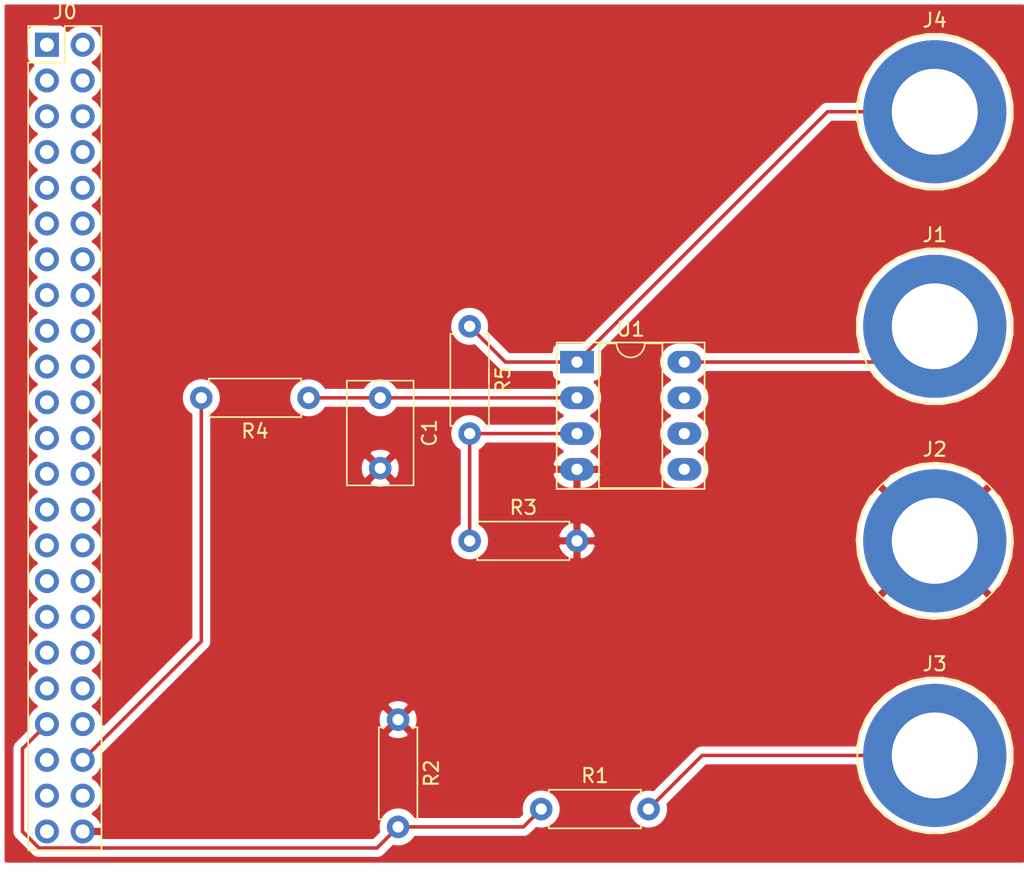
<source format=kicad_pcb>
(kicad_pcb (version 20171130) (host pcbnew "(5.1.8)-1")

  (general
    (thickness 1.6)
    (drawings 0)
    (tracks 21)
    (zones 0)
    (modules 12)
    (nets 9)
  )

  (page A4)
  (layers
    (0 F.Cu signal)
    (31 B.Cu signal hide)
    (32 B.Adhes user)
    (33 F.Adhes user)
    (34 B.Paste user)
    (35 F.Paste user)
    (36 B.SilkS user)
    (37 F.SilkS user)
    (38 B.Mask user)
    (39 F.Mask user)
    (40 Dwgs.User user)
    (41 Cmts.User user)
    (42 Eco1.User user)
    (43 Eco2.User user)
    (44 Edge.Cuts user)
    (45 Margin user)
    (46 B.CrtYd user)
    (47 F.CrtYd user)
    (48 B.Fab user)
    (49 F.Fab user)
  )

  (setup
    (last_trace_width 0.25)
    (trace_clearance 0.2)
    (zone_clearance 0.508)
    (zone_45_only no)
    (trace_min 0.2)
    (via_size 0.8)
    (via_drill 0.4)
    (via_min_size 0.4)
    (via_min_drill 0.3)
    (uvia_size 0.3)
    (uvia_drill 0.1)
    (uvias_allowed no)
    (uvia_min_size 0.2)
    (uvia_min_drill 0.1)
    (edge_width 0.1)
    (segment_width 0.2)
    (pcb_text_width 0.3)
    (pcb_text_size 1.5 1.5)
    (mod_edge_width 0.15)
    (mod_text_size 1 1)
    (mod_text_width 0.15)
    (pad_size 1.524 1.524)
    (pad_drill 0.762)
    (pad_to_mask_clearance 0)
    (aux_axis_origin 0 0)
    (visible_elements 7FFFFFFF)
    (pcbplotparams
      (layerselection 0x010fc_ffffffff)
      (usegerberextensions false)
      (usegerberattributes true)
      (usegerberadvancedattributes true)
      (creategerberjobfile true)
      (excludeedgelayer true)
      (linewidth 0.100000)
      (plotframeref false)
      (viasonmask false)
      (mode 1)
      (useauxorigin false)
      (hpglpennumber 1)
      (hpglpenspeed 20)
      (hpglpendiameter 15.000000)
      (psnegative false)
      (psa4output false)
      (plotreference true)
      (plotvalue true)
      (plotinvisibletext false)
      (padsonsilk false)
      (subtractmaskfromsilk false)
      (outputformat 1)
      (mirror false)
      (drillshape 1)
      (scaleselection 1)
      (outputdirectory ""))
  )

  (net 0 "")
  (net 1 GND_planta)
  (net 2 "Net-(C1-Pad1)")
  (net 3 PIN_PWM0_BBB)
  (net 4 PIN_AIN0_BBB)
  (net 5 +24V_DC_planta)
  (net 6 AI_sensor)
  (net 7 AO_variador)
  (net 8 "Net-(R3-Pad1)")

  (net_class Default "Esta es la clase de red por defecto."
    (clearance 0.2)
    (trace_width 0.25)
    (via_dia 0.8)
    (via_drill 0.4)
    (uvia_dia 0.3)
    (uvia_drill 0.1)
    (add_net +24V_DC_planta)
    (add_net AI_sensor)
    (add_net AO_variador)
    (add_net GND_planta)
    (add_net "Net-(C1-Pad1)")
    (add_net "Net-(J0-Pad1)")
    (add_net "Net-(J0-Pad10)")
    (add_net "Net-(J0-Pad11)")
    (add_net "Net-(J0-Pad12)")
    (add_net "Net-(J0-Pad13)")
    (add_net "Net-(J0-Pad14)")
    (add_net "Net-(J0-Pad15)")
    (add_net "Net-(J0-Pad16)")
    (add_net "Net-(J0-Pad17)")
    (add_net "Net-(J0-Pad18)")
    (add_net "Net-(J0-Pad19)")
    (add_net "Net-(J0-Pad2)")
    (add_net "Net-(J0-Pad20)")
    (add_net "Net-(J0-Pad21)")
    (add_net "Net-(J0-Pad22)")
    (add_net "Net-(J0-Pad23)")
    (add_net "Net-(J0-Pad24)")
    (add_net "Net-(J0-Pad25)")
    (add_net "Net-(J0-Pad26)")
    (add_net "Net-(J0-Pad27)")
    (add_net "Net-(J0-Pad28)")
    (add_net "Net-(J0-Pad29)")
    (add_net "Net-(J0-Pad3)")
    (add_net "Net-(J0-Pad30)")
    (add_net "Net-(J0-Pad31)")
    (add_net "Net-(J0-Pad32)")
    (add_net "Net-(J0-Pad33)")
    (add_net "Net-(J0-Pad34)")
    (add_net "Net-(J0-Pad35)")
    (add_net "Net-(J0-Pad36)")
    (add_net "Net-(J0-Pad37)")
    (add_net "Net-(J0-Pad38)")
    (add_net "Net-(J0-Pad4)")
    (add_net "Net-(J0-Pad40)")
    (add_net "Net-(J0-Pad41)")
    (add_net "Net-(J0-Pad43)")
    (add_net "Net-(J0-Pad44)")
    (add_net "Net-(J0-Pad45)")
    (add_net "Net-(J0-Pad5)")
    (add_net "Net-(J0-Pad6)")
    (add_net "Net-(J0-Pad7)")
    (add_net "Net-(J0-Pad8)")
    (add_net "Net-(J0-Pad9)")
    (add_net "Net-(R3-Pad1)")
    (add_net PIN_AIN0_BBB)
    (add_net PIN_PWM0_BBB)
  )

  (module Capacitor_THT:C_Rect_L7.2mm_W4.5mm_P5.00mm_FKS2_FKP2_MKS2_MKP2 (layer F.Cu) (tedit 5AE50EF0) (tstamp 6185EAD7)
    (at 138.43 101.6 270)
    (descr "C, Rect series, Radial, pin pitch=5.00mm, , length*width=7.2*4.5mm^2, Capacitor, http://www.wima.com/EN/WIMA_FKS_2.pdf")
    (tags "C Rect series Radial pin pitch 5.00mm  length 7.2mm width 4.5mm Capacitor")
    (path /5ECEA282)
    (fp_text reference C1 (at 2.5 -3.5 90) (layer F.SilkS)
      (effects (font (size 1 1) (thickness 0.15)))
    )
    (fp_text value 1uF (at 2.5 3.5 90) (layer F.Fab)
      (effects (font (size 1 1) (thickness 0.15)))
    )
    (fp_text user %R (at 2.5 0 90) (layer F.Fab)
      (effects (font (size 1 1) (thickness 0.15)))
    )
    (fp_line (start -1.1 -2.25) (end -1.1 2.25) (layer F.Fab) (width 0.1))
    (fp_line (start -1.1 2.25) (end 6.1 2.25) (layer F.Fab) (width 0.1))
    (fp_line (start 6.1 2.25) (end 6.1 -2.25) (layer F.Fab) (width 0.1))
    (fp_line (start 6.1 -2.25) (end -1.1 -2.25) (layer F.Fab) (width 0.1))
    (fp_line (start -1.22 -2.37) (end 6.22 -2.37) (layer F.SilkS) (width 0.12))
    (fp_line (start -1.22 2.37) (end 6.22 2.37) (layer F.SilkS) (width 0.12))
    (fp_line (start -1.22 -2.37) (end -1.22 2.37) (layer F.SilkS) (width 0.12))
    (fp_line (start 6.22 -2.37) (end 6.22 2.37) (layer F.SilkS) (width 0.12))
    (fp_line (start -1.35 -2.5) (end -1.35 2.5) (layer F.CrtYd) (width 0.05))
    (fp_line (start -1.35 2.5) (end 6.35 2.5) (layer F.CrtYd) (width 0.05))
    (fp_line (start 6.35 2.5) (end 6.35 -2.5) (layer F.CrtYd) (width 0.05))
    (fp_line (start 6.35 -2.5) (end -1.35 -2.5) (layer F.CrtYd) (width 0.05))
    (pad 2 thru_hole circle (at 5 0 270) (size 1.6 1.6) (drill 0.8) (layers *.Cu *.Mask)
      (net 1 GND_planta))
    (pad 1 thru_hole circle (at 0 0 270) (size 1.6 1.6) (drill 0.8) (layers *.Cu *.Mask)
      (net 2 "Net-(C1-Pad1)"))
    (model ${KISYS3DMOD}/Capacitor_THT.3dshapes/C_Rect_L7.2mm_W4.5mm_P5.00mm_FKS2_FKP2_MKS2_MKP2.wrl
      (at (xyz 0 0 0))
      (scale (xyz 1 1 1))
      (rotate (xyz 0 0 0))
    )
  )

  (module Package_DIP:DIP-8_W7.62mm_Socket_LongPads (layer F.Cu) (tedit 5A02E8C5) (tstamp 6185EBDA)
    (at 152.4 99.06)
    (descr "8-lead though-hole mounted DIP package, row spacing 7.62 mm (300 mils), Socket, LongPads")
    (tags "THT DIP DIL PDIP 2.54mm 7.62mm 300mil Socket LongPads")
    (path /5ECF89F9)
    (fp_text reference U1 (at 3.81 -2.33) (layer F.SilkS)
      (effects (font (size 1 1) (thickness 0.15)))
    )
    (fp_text value LM358 (at 3.81 9.95) (layer F.Fab)
      (effects (font (size 1 1) (thickness 0.15)))
    )
    (fp_line (start 9.15 -1.6) (end -1.55 -1.6) (layer F.CrtYd) (width 0.05))
    (fp_line (start 9.15 9.2) (end 9.15 -1.6) (layer F.CrtYd) (width 0.05))
    (fp_line (start -1.55 9.2) (end 9.15 9.2) (layer F.CrtYd) (width 0.05))
    (fp_line (start -1.55 -1.6) (end -1.55 9.2) (layer F.CrtYd) (width 0.05))
    (fp_line (start 9.06 -1.39) (end -1.44 -1.39) (layer F.SilkS) (width 0.12))
    (fp_line (start 9.06 9.01) (end 9.06 -1.39) (layer F.SilkS) (width 0.12))
    (fp_line (start -1.44 9.01) (end 9.06 9.01) (layer F.SilkS) (width 0.12))
    (fp_line (start -1.44 -1.39) (end -1.44 9.01) (layer F.SilkS) (width 0.12))
    (fp_line (start 6.06 -1.33) (end 4.81 -1.33) (layer F.SilkS) (width 0.12))
    (fp_line (start 6.06 8.95) (end 6.06 -1.33) (layer F.SilkS) (width 0.12))
    (fp_line (start 1.56 8.95) (end 6.06 8.95) (layer F.SilkS) (width 0.12))
    (fp_line (start 1.56 -1.33) (end 1.56 8.95) (layer F.SilkS) (width 0.12))
    (fp_line (start 2.81 -1.33) (end 1.56 -1.33) (layer F.SilkS) (width 0.12))
    (fp_line (start 8.89 -1.33) (end -1.27 -1.33) (layer F.Fab) (width 0.1))
    (fp_line (start 8.89 8.95) (end 8.89 -1.33) (layer F.Fab) (width 0.1))
    (fp_line (start -1.27 8.95) (end 8.89 8.95) (layer F.Fab) (width 0.1))
    (fp_line (start -1.27 -1.33) (end -1.27 8.95) (layer F.Fab) (width 0.1))
    (fp_line (start 0.635 -0.27) (end 1.635 -1.27) (layer F.Fab) (width 0.1))
    (fp_line (start 0.635 8.89) (end 0.635 -0.27) (layer F.Fab) (width 0.1))
    (fp_line (start 6.985 8.89) (end 0.635 8.89) (layer F.Fab) (width 0.1))
    (fp_line (start 6.985 -1.27) (end 6.985 8.89) (layer F.Fab) (width 0.1))
    (fp_line (start 1.635 -1.27) (end 6.985 -1.27) (layer F.Fab) (width 0.1))
    (fp_text user %R (at 3.81 3.81) (layer F.Fab)
      (effects (font (size 1 1) (thickness 0.15)))
    )
    (fp_arc (start 3.81 -1.33) (end 2.81 -1.33) (angle -180) (layer F.SilkS) (width 0.12))
    (pad 8 thru_hole oval (at 7.62 0) (size 2.4 1.6) (drill 0.8) (layers *.Cu *.Mask)
      (net 5 +24V_DC_planta))
    (pad 4 thru_hole oval (at 0 7.62) (size 2.4 1.6) (drill 0.8) (layers *.Cu *.Mask)
      (net 1 GND_planta))
    (pad 7 thru_hole oval (at 7.62 2.54) (size 2.4 1.6) (drill 0.8) (layers *.Cu *.Mask))
    (pad 3 thru_hole oval (at 0 5.08) (size 2.4 1.6) (drill 0.8) (layers *.Cu *.Mask)
      (net 8 "Net-(R3-Pad1)"))
    (pad 6 thru_hole oval (at 7.62 5.08) (size 2.4 1.6) (drill 0.8) (layers *.Cu *.Mask))
    (pad 2 thru_hole oval (at 0 2.54) (size 2.4 1.6) (drill 0.8) (layers *.Cu *.Mask)
      (net 2 "Net-(C1-Pad1)"))
    (pad 5 thru_hole oval (at 7.62 7.62) (size 2.4 1.6) (drill 0.8) (layers *.Cu *.Mask))
    (pad 1 thru_hole rect (at 0 0) (size 2.4 1.6) (drill 0.8) (layers *.Cu *.Mask)
      (net 7 AO_variador))
    (model ${KISYS3DMOD}/Package_DIP.3dshapes/DIP-8_W7.62mm_Socket.wrl
      (at (xyz 0 0 0))
      (scale (xyz 1 1 1))
      (rotate (xyz 0 0 0))
    )
    (model ${KISYS3DMOD}/Package_DIP.3dshapes/DIP-8_W7.62mm.wrl
      (offset (xyz 0 0 3.5))
      (scale (xyz 1 1 1))
      (rotate (xyz 0 0 0))
    )
  )

  (module Resistor_THT:R_Axial_DIN0207_L6.3mm_D2.5mm_P7.62mm_Horizontal (layer F.Cu) (tedit 5AE5139B) (tstamp 61892458)
    (at 144.78 96.52 270)
    (descr "Resistor, Axial_DIN0207 series, Axial, Horizontal, pin pitch=7.62mm, 0.25W = 1/4W, length*diameter=6.3*2.5mm^2, http://cdn-reichelt.de/documents/datenblatt/B400/1_4W%23YAG.pdf")
    (tags "Resistor Axial_DIN0207 series Axial Horizontal pin pitch 7.62mm 0.25W = 1/4W length 6.3mm diameter 2.5mm")
    (path /5ECEA01F)
    (fp_text reference R5 (at 3.81 -2.37 90) (layer F.SilkS)
      (effects (font (size 1 1) (thickness 0.15)))
    )
    (fp_text value 5.6k (at 3.81 2.37 90) (layer F.Fab)
      (effects (font (size 1 1) (thickness 0.15)))
    )
    (fp_line (start 8.67 -1.5) (end -1.05 -1.5) (layer F.CrtYd) (width 0.05))
    (fp_line (start 8.67 1.5) (end 8.67 -1.5) (layer F.CrtYd) (width 0.05))
    (fp_line (start -1.05 1.5) (end 8.67 1.5) (layer F.CrtYd) (width 0.05))
    (fp_line (start -1.05 -1.5) (end -1.05 1.5) (layer F.CrtYd) (width 0.05))
    (fp_line (start 7.08 1.37) (end 7.08 1.04) (layer F.SilkS) (width 0.12))
    (fp_line (start 0.54 1.37) (end 7.08 1.37) (layer F.SilkS) (width 0.12))
    (fp_line (start 0.54 1.04) (end 0.54 1.37) (layer F.SilkS) (width 0.12))
    (fp_line (start 7.08 -1.37) (end 7.08 -1.04) (layer F.SilkS) (width 0.12))
    (fp_line (start 0.54 -1.37) (end 7.08 -1.37) (layer F.SilkS) (width 0.12))
    (fp_line (start 0.54 -1.04) (end 0.54 -1.37) (layer F.SilkS) (width 0.12))
    (fp_line (start 7.62 0) (end 6.96 0) (layer F.Fab) (width 0.1))
    (fp_line (start 0 0) (end 0.66 0) (layer F.Fab) (width 0.1))
    (fp_line (start 6.96 -1.25) (end 0.66 -1.25) (layer F.Fab) (width 0.1))
    (fp_line (start 6.96 1.25) (end 6.96 -1.25) (layer F.Fab) (width 0.1))
    (fp_line (start 0.66 1.25) (end 6.96 1.25) (layer F.Fab) (width 0.1))
    (fp_line (start 0.66 -1.25) (end 0.66 1.25) (layer F.Fab) (width 0.1))
    (fp_text user %R (at 3.81 0 90) (layer F.Fab)
      (effects (font (size 1 1) (thickness 0.15)))
    )
    (pad 2 thru_hole oval (at 7.62 0 270) (size 1.6 1.6) (drill 0.8) (layers *.Cu *.Mask)
      (net 8 "Net-(R3-Pad1)"))
    (pad 1 thru_hole circle (at 0 0 270) (size 1.6 1.6) (drill 0.8) (layers *.Cu *.Mask)
      (net 7 AO_variador))
    (model ${KISYS3DMOD}/Resistor_THT.3dshapes/R_Axial_DIN0207_L6.3mm_D2.5mm_P7.62mm_Horizontal.wrl
      (at (xyz 0 0 0))
      (scale (xyz 1 1 1))
      (rotate (xyz 0 0 0))
    )
  )

  (module Resistor_THT:R_Axial_DIN0207_L6.3mm_D2.5mm_P7.62mm_Horizontal (layer F.Cu) (tedit 5AE5139B) (tstamp 6185EB9F)
    (at 133.35 101.6 180)
    (descr "Resistor, Axial_DIN0207 series, Axial, Horizontal, pin pitch=7.62mm, 0.25W = 1/4W, length*diameter=6.3*2.5mm^2, http://cdn-reichelt.de/documents/datenblatt/B400/1_4W%23YAG.pdf")
    (tags "Resistor Axial_DIN0207 series Axial Horizontal pin pitch 7.62mm 0.25W = 1/4W length 6.3mm diameter 2.5mm")
    (path /5ECE9F73)
    (fp_text reference R4 (at 3.81 -2.37) (layer F.SilkS)
      (effects (font (size 1 1) (thickness 0.15)))
    )
    (fp_text value 1.8k (at 3.81 2.37) (layer F.Fab)
      (effects (font (size 1 1) (thickness 0.15)))
    )
    (fp_line (start 8.67 -1.5) (end -1.05 -1.5) (layer F.CrtYd) (width 0.05))
    (fp_line (start 8.67 1.5) (end 8.67 -1.5) (layer F.CrtYd) (width 0.05))
    (fp_line (start -1.05 1.5) (end 8.67 1.5) (layer F.CrtYd) (width 0.05))
    (fp_line (start -1.05 -1.5) (end -1.05 1.5) (layer F.CrtYd) (width 0.05))
    (fp_line (start 7.08 1.37) (end 7.08 1.04) (layer F.SilkS) (width 0.12))
    (fp_line (start 0.54 1.37) (end 7.08 1.37) (layer F.SilkS) (width 0.12))
    (fp_line (start 0.54 1.04) (end 0.54 1.37) (layer F.SilkS) (width 0.12))
    (fp_line (start 7.08 -1.37) (end 7.08 -1.04) (layer F.SilkS) (width 0.12))
    (fp_line (start 0.54 -1.37) (end 7.08 -1.37) (layer F.SilkS) (width 0.12))
    (fp_line (start 0.54 -1.04) (end 0.54 -1.37) (layer F.SilkS) (width 0.12))
    (fp_line (start 7.62 0) (end 6.96 0) (layer F.Fab) (width 0.1))
    (fp_line (start 0 0) (end 0.66 0) (layer F.Fab) (width 0.1))
    (fp_line (start 6.96 -1.25) (end 0.66 -1.25) (layer F.Fab) (width 0.1))
    (fp_line (start 6.96 1.25) (end 6.96 -1.25) (layer F.Fab) (width 0.1))
    (fp_line (start 0.66 1.25) (end 6.96 1.25) (layer F.Fab) (width 0.1))
    (fp_line (start 0.66 -1.25) (end 0.66 1.25) (layer F.Fab) (width 0.1))
    (fp_text user %R (at 3.81 0) (layer F.Fab)
      (effects (font (size 1 1) (thickness 0.15)))
    )
    (pad 2 thru_hole oval (at 7.62 0 180) (size 1.6 1.6) (drill 0.8) (layers *.Cu *.Mask)
      (net 3 PIN_PWM0_BBB))
    (pad 1 thru_hole circle (at 0 0 180) (size 1.6 1.6) (drill 0.8) (layers *.Cu *.Mask)
      (net 2 "Net-(C1-Pad1)"))
    (model ${KISYS3DMOD}/Resistor_THT.3dshapes/R_Axial_DIN0207_L6.3mm_D2.5mm_P7.62mm_Horizontal.wrl
      (at (xyz 0 0 0))
      (scale (xyz 1 1 1))
      (rotate (xyz 0 0 0))
    )
  )

  (module Resistor_THT:R_Axial_DIN0207_L6.3mm_D2.5mm_P7.62mm_Horizontal (layer F.Cu) (tedit 5AE5139B) (tstamp 618924F4)
    (at 144.78 111.76)
    (descr "Resistor, Axial_DIN0207 series, Axial, Horizontal, pin pitch=7.62mm, 0.25W = 1/4W, length*diameter=6.3*2.5mm^2, http://cdn-reichelt.de/documents/datenblatt/B400/1_4W%23YAG.pdf")
    (tags "Resistor Axial_DIN0207 series Axial Horizontal pin pitch 7.62mm 0.25W = 1/4W length 6.3mm diameter 2.5mm")
    (path /5ECE9FD9)
    (fp_text reference R3 (at 3.81 -2.37) (layer F.SilkS)
      (effects (font (size 1 1) (thickness 0.15)))
    )
    (fp_text value 2.7k (at 3.81 2.37) (layer F.Fab)
      (effects (font (size 1 1) (thickness 0.15)))
    )
    (fp_line (start 8.67 -1.5) (end -1.05 -1.5) (layer F.CrtYd) (width 0.05))
    (fp_line (start 8.67 1.5) (end 8.67 -1.5) (layer F.CrtYd) (width 0.05))
    (fp_line (start -1.05 1.5) (end 8.67 1.5) (layer F.CrtYd) (width 0.05))
    (fp_line (start -1.05 -1.5) (end -1.05 1.5) (layer F.CrtYd) (width 0.05))
    (fp_line (start 7.08 1.37) (end 7.08 1.04) (layer F.SilkS) (width 0.12))
    (fp_line (start 0.54 1.37) (end 7.08 1.37) (layer F.SilkS) (width 0.12))
    (fp_line (start 0.54 1.04) (end 0.54 1.37) (layer F.SilkS) (width 0.12))
    (fp_line (start 7.08 -1.37) (end 7.08 -1.04) (layer F.SilkS) (width 0.12))
    (fp_line (start 0.54 -1.37) (end 7.08 -1.37) (layer F.SilkS) (width 0.12))
    (fp_line (start 0.54 -1.04) (end 0.54 -1.37) (layer F.SilkS) (width 0.12))
    (fp_line (start 7.62 0) (end 6.96 0) (layer F.Fab) (width 0.1))
    (fp_line (start 0 0) (end 0.66 0) (layer F.Fab) (width 0.1))
    (fp_line (start 6.96 -1.25) (end 0.66 -1.25) (layer F.Fab) (width 0.1))
    (fp_line (start 6.96 1.25) (end 6.96 -1.25) (layer F.Fab) (width 0.1))
    (fp_line (start 0.66 1.25) (end 6.96 1.25) (layer F.Fab) (width 0.1))
    (fp_line (start 0.66 -1.25) (end 0.66 1.25) (layer F.Fab) (width 0.1))
    (fp_text user %R (at 3.81 0) (layer F.Fab)
      (effects (font (size 1 1) (thickness 0.15)))
    )
    (pad 2 thru_hole oval (at 7.62 0) (size 1.6 1.6) (drill 0.8) (layers *.Cu *.Mask)
      (net 1 GND_planta))
    (pad 1 thru_hole circle (at 0 0) (size 1.6 1.6) (drill 0.8) (layers *.Cu *.Mask)
      (net 8 "Net-(R3-Pad1)"))
    (model ${KISYS3DMOD}/Resistor_THT.3dshapes/R_Axial_DIN0207_L6.3mm_D2.5mm_P7.62mm_Horizontal.wrl
      (at (xyz 0 0 0))
      (scale (xyz 1 1 1))
      (rotate (xyz 0 0 0))
    )
  )

  (module Resistor_THT:R_Axial_DIN0207_L6.3mm_D2.5mm_P7.62mm_Horizontal (layer F.Cu) (tedit 5AE5139B) (tstamp 6185F011)
    (at 139.7 124.46 270)
    (descr "Resistor, Axial_DIN0207 series, Axial, Horizontal, pin pitch=7.62mm, 0.25W = 1/4W, length*diameter=6.3*2.5mm^2, http://cdn-reichelt.de/documents/datenblatt/B400/1_4W%23YAG.pdf")
    (tags "Resistor Axial_DIN0207 series Axial Horizontal pin pitch 7.62mm 0.25W = 1/4W length 6.3mm diameter 2.5mm")
    (path /5ECE9F3D)
    (fp_text reference R2 (at 3.81 -2.37 90) (layer F.SilkS)
      (effects (font (size 1 1) (thickness 0.15)))
    )
    (fp_text value 1.5k (at 3.81 2.37 90) (layer F.Fab)
      (effects (font (size 1 1) (thickness 0.15)))
    )
    (fp_line (start 8.67 -1.5) (end -1.05 -1.5) (layer F.CrtYd) (width 0.05))
    (fp_line (start 8.67 1.5) (end 8.67 -1.5) (layer F.CrtYd) (width 0.05))
    (fp_line (start -1.05 1.5) (end 8.67 1.5) (layer F.CrtYd) (width 0.05))
    (fp_line (start -1.05 -1.5) (end -1.05 1.5) (layer F.CrtYd) (width 0.05))
    (fp_line (start 7.08 1.37) (end 7.08 1.04) (layer F.SilkS) (width 0.12))
    (fp_line (start 0.54 1.37) (end 7.08 1.37) (layer F.SilkS) (width 0.12))
    (fp_line (start 0.54 1.04) (end 0.54 1.37) (layer F.SilkS) (width 0.12))
    (fp_line (start 7.08 -1.37) (end 7.08 -1.04) (layer F.SilkS) (width 0.12))
    (fp_line (start 0.54 -1.37) (end 7.08 -1.37) (layer F.SilkS) (width 0.12))
    (fp_line (start 0.54 -1.04) (end 0.54 -1.37) (layer F.SilkS) (width 0.12))
    (fp_line (start 7.62 0) (end 6.96 0) (layer F.Fab) (width 0.1))
    (fp_line (start 0 0) (end 0.66 0) (layer F.Fab) (width 0.1))
    (fp_line (start 6.96 -1.25) (end 0.66 -1.25) (layer F.Fab) (width 0.1))
    (fp_line (start 6.96 1.25) (end 6.96 -1.25) (layer F.Fab) (width 0.1))
    (fp_line (start 0.66 1.25) (end 6.96 1.25) (layer F.Fab) (width 0.1))
    (fp_line (start 0.66 -1.25) (end 0.66 1.25) (layer F.Fab) (width 0.1))
    (fp_text user %R (at 3.81 0 90) (layer F.Fab)
      (effects (font (size 1 1) (thickness 0.15)))
    )
    (pad 2 thru_hole oval (at 7.62 0 270) (size 1.6 1.6) (drill 0.8) (layers *.Cu *.Mask)
      (net 4 PIN_AIN0_BBB))
    (pad 1 thru_hole circle (at 0 0 270) (size 1.6 1.6) (drill 0.8) (layers *.Cu *.Mask)
      (net 1 GND_planta))
    (model ${KISYS3DMOD}/Resistor_THT.3dshapes/R_Axial_DIN0207_L6.3mm_D2.5mm_P7.62mm_Horizontal.wrl
      (at (xyz 0 0 0))
      (scale (xyz 1 1 1))
      (rotate (xyz 0 0 0))
    )
  )

  (module Resistor_THT:R_Axial_DIN0207_L6.3mm_D2.5mm_P7.62mm_Horizontal (layer F.Cu) (tedit 5AE5139B) (tstamp 6185EB5A)
    (at 149.86 130.81)
    (descr "Resistor, Axial_DIN0207 series, Axial, Horizontal, pin pitch=7.62mm, 0.25W = 1/4W, length*diameter=6.3*2.5mm^2, http://cdn-reichelt.de/documents/datenblatt/B400/1_4W%23YAG.pdf")
    (tags "Resistor Axial_DIN0207 series Axial Horizontal pin pitch 7.62mm 0.25W = 1/4W length 6.3mm diameter 2.5mm")
    (path /5ECE9EC2)
    (fp_text reference R1 (at 3.81 -2.37) (layer F.SilkS)
      (effects (font (size 1 1) (thickness 0.15)))
    )
    (fp_text value 6.8k (at 3.81 2.37) (layer F.Fab)
      (effects (font (size 1 1) (thickness 0.15)))
    )
    (fp_line (start 8.67 -1.5) (end -1.05 -1.5) (layer F.CrtYd) (width 0.05))
    (fp_line (start 8.67 1.5) (end 8.67 -1.5) (layer F.CrtYd) (width 0.05))
    (fp_line (start -1.05 1.5) (end 8.67 1.5) (layer F.CrtYd) (width 0.05))
    (fp_line (start -1.05 -1.5) (end -1.05 1.5) (layer F.CrtYd) (width 0.05))
    (fp_line (start 7.08 1.37) (end 7.08 1.04) (layer F.SilkS) (width 0.12))
    (fp_line (start 0.54 1.37) (end 7.08 1.37) (layer F.SilkS) (width 0.12))
    (fp_line (start 0.54 1.04) (end 0.54 1.37) (layer F.SilkS) (width 0.12))
    (fp_line (start 7.08 -1.37) (end 7.08 -1.04) (layer F.SilkS) (width 0.12))
    (fp_line (start 0.54 -1.37) (end 7.08 -1.37) (layer F.SilkS) (width 0.12))
    (fp_line (start 0.54 -1.04) (end 0.54 -1.37) (layer F.SilkS) (width 0.12))
    (fp_line (start 7.62 0) (end 6.96 0) (layer F.Fab) (width 0.1))
    (fp_line (start 0 0) (end 0.66 0) (layer F.Fab) (width 0.1))
    (fp_line (start 6.96 -1.25) (end 0.66 -1.25) (layer F.Fab) (width 0.1))
    (fp_line (start 6.96 1.25) (end 6.96 -1.25) (layer F.Fab) (width 0.1))
    (fp_line (start 0.66 1.25) (end 6.96 1.25) (layer F.Fab) (width 0.1))
    (fp_line (start 0.66 -1.25) (end 0.66 1.25) (layer F.Fab) (width 0.1))
    (fp_text user %R (at 3.81 0) (layer F.Fab)
      (effects (font (size 1 1) (thickness 0.15)))
    )
    (pad 2 thru_hole oval (at 7.62 0) (size 1.6 1.6) (drill 0.8) (layers *.Cu *.Mask)
      (net 6 AI_sensor))
    (pad 1 thru_hole circle (at 0 0) (size 1.6 1.6) (drill 0.8) (layers *.Cu *.Mask)
      (net 4 PIN_AIN0_BBB))
    (model ${KISYS3DMOD}/Resistor_THT.3dshapes/R_Axial_DIN0207_L6.3mm_D2.5mm_P7.62mm_Horizontal.wrl
      (at (xyz 0 0 0))
      (scale (xyz 1 1 1))
      (rotate (xyz 0 0 0))
    )
  )

  (module Connector:Banana_Jack_1Pin (layer F.Cu) (tedit 5A1AB217) (tstamp 6189253C)
    (at 177.8 81.28)
    (descr "Single banana socket, footprint - 6mm drill")
    (tags "banana socket")
    (path /6189058C)
    (fp_text reference J4 (at 0 -6.5) (layer F.SilkS)
      (effects (font (size 1 1) (thickness 0.15)))
    )
    (fp_text value Conn_01x01 (at -0.25 6.5) (layer F.Fab)
      (effects (font (size 1 1) (thickness 0.15)))
    )
    (fp_circle (center 0 0) (end 5.5 0) (layer F.SilkS) (width 0.12))
    (fp_circle (center 0 0) (end 4.85 0.05) (layer F.Fab) (width 0.1))
    (fp_circle (center 0 0) (end 2 0) (layer F.Fab) (width 0.1))
    (fp_circle (center 0 0) (end 5.75 0) (layer F.CrtYd) (width 0.05))
    (fp_text user %R (at 0 0) (layer F.Fab)
      (effects (font (size 0.8 0.8) (thickness 0.12)))
    )
    (pad 1 thru_hole circle (at 0 0) (size 10.16 10.16) (drill 6.1) (layers *.Cu *.Mask)
      (net 7 AO_variador))
    (model ${KISYS3DMOD}/Connector.3dshapes/Banana_Jack_1Pin.wrl
      (at (xyz 0 0 0))
      (scale (xyz 2 2 2))
      (rotate (xyz 0 0 0))
    )
  )

  (module Connector:Banana_Jack_1Pin (layer F.Cu) (tedit 5A1AB217) (tstamp 6189270E)
    (at 177.8 127)
    (descr "Single banana socket, footprint - 6mm drill")
    (tags "banana socket")
    (path /618902AA)
    (fp_text reference J3 (at 0 -6.5) (layer F.SilkS)
      (effects (font (size 1 1) (thickness 0.15)))
    )
    (fp_text value Conn_01x01 (at -0.25 6.5) (layer F.Fab)
      (effects (font (size 1 1) (thickness 0.15)))
    )
    (fp_circle (center 0 0) (end 5.5 0) (layer F.SilkS) (width 0.12))
    (fp_circle (center 0 0) (end 4.85 0.05) (layer F.Fab) (width 0.1))
    (fp_circle (center 0 0) (end 2 0) (layer F.Fab) (width 0.1))
    (fp_circle (center 0 0) (end 5.75 0) (layer F.CrtYd) (width 0.05))
    (fp_text user %R (at 0 0) (layer F.Fab)
      (effects (font (size 0.8 0.8) (thickness 0.12)))
    )
    (pad 1 thru_hole circle (at 0 0) (size 10.16 10.16) (drill 6.1) (layers *.Cu *.Mask)
      (net 6 AI_sensor))
    (model ${KISYS3DMOD}/Connector.3dshapes/Banana_Jack_1Pin.wrl
      (at (xyz 0 0 0))
      (scale (xyz 2 2 2))
      (rotate (xyz 0 0 0))
    )
  )

  (module Connector:Banana_Jack_1Pin (layer F.Cu) (tedit 5A1AB217) (tstamp 6185EB2F)
    (at 177.8 111.76)
    (descr "Single banana socket, footprint - 6mm drill")
    (tags "banana socket")
    (path /6188FCBD)
    (fp_text reference J2 (at 0 -6.5) (layer F.SilkS)
      (effects (font (size 1 1) (thickness 0.15)))
    )
    (fp_text value Conn_01x01 (at -0.25 6.5) (layer F.Fab)
      (effects (font (size 1 1) (thickness 0.15)))
    )
    (fp_circle (center 0 0) (end 5.5 0) (layer F.SilkS) (width 0.12))
    (fp_circle (center 0 0) (end 4.85 0.05) (layer F.Fab) (width 0.1))
    (fp_circle (center 0 0) (end 2 0) (layer F.Fab) (width 0.1))
    (fp_circle (center 0 0) (end 5.75 0) (layer F.CrtYd) (width 0.05))
    (fp_text user %R (at 0 0) (layer F.Fab)
      (effects (font (size 0.8 0.8) (thickness 0.12)))
    )
    (pad 1 thru_hole circle (at 0 0) (size 10.16 10.16) (drill 6.1) (layers *.Cu *.Mask)
      (net 1 GND_planta))
    (model ${KISYS3DMOD}/Connector.3dshapes/Banana_Jack_1Pin.wrl
      (at (xyz 0 0 0))
      (scale (xyz 2 2 2))
      (rotate (xyz 0 0 0))
    )
  )

  (module Connector:Banana_Jack_1Pin (layer F.Cu) (tedit 5A1AB217) (tstamp 6185EB25)
    (at 177.8 96.52)
    (descr "Single banana socket, footprint - 6mm drill")
    (tags "banana socket")
    (path /6188FA18)
    (fp_text reference J1 (at 0 -6.5) (layer F.SilkS)
      (effects (font (size 1 1) (thickness 0.15)))
    )
    (fp_text value Conn_01x01 (at -0.25 6.5) (layer F.Fab)
      (effects (font (size 1 1) (thickness 0.15)))
    )
    (fp_circle (center 0 0) (end 5.5 0) (layer F.SilkS) (width 0.12))
    (fp_circle (center 0 0) (end 4.85 0.05) (layer F.Fab) (width 0.1))
    (fp_circle (center 0 0) (end 2 0) (layer F.Fab) (width 0.1))
    (fp_circle (center 0 0) (end 5.75 0) (layer F.CrtYd) (width 0.05))
    (fp_text user %R (at 0 0) (layer F.Fab)
      (effects (font (size 0.8 0.8) (thickness 0.12)))
    )
    (pad 1 thru_hole circle (at 0 0) (size 10.16 10.16) (drill 6.1) (layers *.Cu *.Mask)
      (net 5 +24V_DC_planta))
    (model ${KISYS3DMOD}/Connector.3dshapes/Banana_Jack_1Pin.wrl
      (at (xyz 0 0 0))
      (scale (xyz 2 2 2))
      (rotate (xyz 0 0 0))
    )
  )

  (module Connector_PinHeader_2.54mm:PinHeader_2x23_P2.54mm_Vertical (layer F.Cu) (tedit 59FED5CC) (tstamp 6185EB1B)
    (at 114.77 76.52)
    (descr "Through hole straight pin header, 2x23, 2.54mm pitch, double rows")
    (tags "Through hole pin header THT 2x23 2.54mm double row")
    (path /618A10FD)
    (fp_text reference J0 (at 1.27 -2.33) (layer F.SilkS)
      (effects (font (size 1 1) (thickness 0.15)))
    )
    (fp_text value Header_BBB (at 1.27 58.21) (layer F.Fab)
      (effects (font (size 1 1) (thickness 0.15)))
    )
    (fp_line (start 4.35 -1.8) (end -1.8 -1.8) (layer F.CrtYd) (width 0.05))
    (fp_line (start 4.35 57.65) (end 4.35 -1.8) (layer F.CrtYd) (width 0.05))
    (fp_line (start -1.8 57.65) (end 4.35 57.65) (layer F.CrtYd) (width 0.05))
    (fp_line (start -1.8 -1.8) (end -1.8 57.65) (layer F.CrtYd) (width 0.05))
    (fp_line (start -1.33 -1.33) (end 0 -1.33) (layer F.SilkS) (width 0.12))
    (fp_line (start -1.33 0) (end -1.33 -1.33) (layer F.SilkS) (width 0.12))
    (fp_line (start 1.27 -1.33) (end 3.87 -1.33) (layer F.SilkS) (width 0.12))
    (fp_line (start 1.27 1.27) (end 1.27 -1.33) (layer F.SilkS) (width 0.12))
    (fp_line (start -1.33 1.27) (end 1.27 1.27) (layer F.SilkS) (width 0.12))
    (fp_line (start 3.87 -1.33) (end 3.87 57.21) (layer F.SilkS) (width 0.12))
    (fp_line (start -1.33 1.27) (end -1.33 57.21) (layer F.SilkS) (width 0.12))
    (fp_line (start -1.33 57.21) (end 3.87 57.21) (layer F.SilkS) (width 0.12))
    (fp_line (start -1.27 0) (end 0 -1.27) (layer F.Fab) (width 0.1))
    (fp_line (start -1.27 57.15) (end -1.27 0) (layer F.Fab) (width 0.1))
    (fp_line (start 3.81 57.15) (end -1.27 57.15) (layer F.Fab) (width 0.1))
    (fp_line (start 3.81 -1.27) (end 3.81 57.15) (layer F.Fab) (width 0.1))
    (fp_line (start 0 -1.27) (end 3.81 -1.27) (layer F.Fab) (width 0.1))
    (fp_text user %R (at 1.27 27.94 90) (layer F.Fab)
      (effects (font (size 1 1) (thickness 0.15)))
    )
    (pad 46 thru_hole oval (at 2.54 55.88) (size 1.7 1.7) (drill 1) (layers *.Cu *.Mask)
      (net 1 GND_planta))
    (pad 45 thru_hole oval (at 0 55.88) (size 1.7 1.7) (drill 1) (layers *.Cu *.Mask))
    (pad 44 thru_hole oval (at 2.54 53.34) (size 1.7 1.7) (drill 1) (layers *.Cu *.Mask))
    (pad 43 thru_hole oval (at 0 53.34) (size 1.7 1.7) (drill 1) (layers *.Cu *.Mask))
    (pad 42 thru_hole oval (at 2.54 50.8) (size 1.7 1.7) (drill 1) (layers *.Cu *.Mask)
      (net 3 PIN_PWM0_BBB))
    (pad 41 thru_hole oval (at 0 50.8) (size 1.7 1.7) (drill 1) (layers *.Cu *.Mask))
    (pad 40 thru_hole oval (at 2.54 48.26) (size 1.7 1.7) (drill 1) (layers *.Cu *.Mask))
    (pad 39 thru_hole oval (at 0 48.26) (size 1.7 1.7) (drill 1) (layers *.Cu *.Mask)
      (net 4 PIN_AIN0_BBB))
    (pad 38 thru_hole oval (at 2.54 45.72) (size 1.7 1.7) (drill 1) (layers *.Cu *.Mask))
    (pad 37 thru_hole oval (at 0 45.72) (size 1.7 1.7) (drill 1) (layers *.Cu *.Mask))
    (pad 36 thru_hole oval (at 2.54 43.18) (size 1.7 1.7) (drill 1) (layers *.Cu *.Mask))
    (pad 35 thru_hole oval (at 0 43.18) (size 1.7 1.7) (drill 1) (layers *.Cu *.Mask))
    (pad 34 thru_hole oval (at 2.54 40.64) (size 1.7 1.7) (drill 1) (layers *.Cu *.Mask))
    (pad 33 thru_hole oval (at 0 40.64) (size 1.7 1.7) (drill 1) (layers *.Cu *.Mask))
    (pad 32 thru_hole oval (at 2.54 38.1) (size 1.7 1.7) (drill 1) (layers *.Cu *.Mask))
    (pad 31 thru_hole oval (at 0 38.1) (size 1.7 1.7) (drill 1) (layers *.Cu *.Mask))
    (pad 30 thru_hole oval (at 2.54 35.56) (size 1.7 1.7) (drill 1) (layers *.Cu *.Mask))
    (pad 29 thru_hole oval (at 0 35.56) (size 1.7 1.7) (drill 1) (layers *.Cu *.Mask))
    (pad 28 thru_hole oval (at 2.54 33.02) (size 1.7 1.7) (drill 1) (layers *.Cu *.Mask))
    (pad 27 thru_hole oval (at 0 33.02) (size 1.7 1.7) (drill 1) (layers *.Cu *.Mask))
    (pad 26 thru_hole oval (at 2.54 30.48) (size 1.7 1.7) (drill 1) (layers *.Cu *.Mask))
    (pad 25 thru_hole oval (at 0 30.48) (size 1.7 1.7) (drill 1) (layers *.Cu *.Mask))
    (pad 24 thru_hole oval (at 2.54 27.94) (size 1.7 1.7) (drill 1) (layers *.Cu *.Mask))
    (pad 23 thru_hole oval (at 0 27.94) (size 1.7 1.7) (drill 1) (layers *.Cu *.Mask))
    (pad 22 thru_hole oval (at 2.54 25.4) (size 1.7 1.7) (drill 1) (layers *.Cu *.Mask))
    (pad 21 thru_hole oval (at 0 25.4) (size 1.7 1.7) (drill 1) (layers *.Cu *.Mask))
    (pad 20 thru_hole oval (at 2.54 22.86) (size 1.7 1.7) (drill 1) (layers *.Cu *.Mask))
    (pad 19 thru_hole oval (at 0 22.86) (size 1.7 1.7) (drill 1) (layers *.Cu *.Mask))
    (pad 18 thru_hole oval (at 2.54 20.32) (size 1.7 1.7) (drill 1) (layers *.Cu *.Mask))
    (pad 17 thru_hole oval (at 0 20.32) (size 1.7 1.7) (drill 1) (layers *.Cu *.Mask))
    (pad 16 thru_hole oval (at 2.54 17.78) (size 1.7 1.7) (drill 1) (layers *.Cu *.Mask))
    (pad 15 thru_hole oval (at 0 17.78) (size 1.7 1.7) (drill 1) (layers *.Cu *.Mask))
    (pad 14 thru_hole oval (at 2.54 15.24) (size 1.7 1.7) (drill 1) (layers *.Cu *.Mask))
    (pad 13 thru_hole oval (at 0 15.24) (size 1.7 1.7) (drill 1) (layers *.Cu *.Mask))
    (pad 12 thru_hole oval (at 2.54 12.7) (size 1.7 1.7) (drill 1) (layers *.Cu *.Mask))
    (pad 11 thru_hole oval (at 0 12.7) (size 1.7 1.7) (drill 1) (layers *.Cu *.Mask))
    (pad 10 thru_hole oval (at 2.54 10.16) (size 1.7 1.7) (drill 1) (layers *.Cu *.Mask))
    (pad 9 thru_hole oval (at 0 10.16) (size 1.7 1.7) (drill 1) (layers *.Cu *.Mask))
    (pad 8 thru_hole oval (at 2.54 7.62) (size 1.7 1.7) (drill 1) (layers *.Cu *.Mask))
    (pad 7 thru_hole oval (at 0 7.62) (size 1.7 1.7) (drill 1) (layers *.Cu *.Mask))
    (pad 6 thru_hole oval (at 2.54 5.08) (size 1.7 1.7) (drill 1) (layers *.Cu *.Mask))
    (pad 5 thru_hole oval (at 0 5.08) (size 1.7 1.7) (drill 1) (layers *.Cu *.Mask))
    (pad 4 thru_hole oval (at 2.54 2.54) (size 1.7 1.7) (drill 1) (layers *.Cu *.Mask))
    (pad 3 thru_hole oval (at 0 2.54) (size 1.7 1.7) (drill 1) (layers *.Cu *.Mask))
    (pad 2 thru_hole oval (at 2.54 0) (size 1.7 1.7) (drill 1) (layers *.Cu *.Mask))
    (pad 1 thru_hole rect (at 0 0) (size 1.7 1.7) (drill 1) (layers *.Cu *.Mask))
    (model ${KISYS3DMOD}/Connector_PinHeader_2.54mm.3dshapes/PinHeader_2x23_P2.54mm_Vertical.wrl
      (offset (xyz 0 -56 -1.5))
      (scale (xyz 1 1 1))
      (rotate (xyz 180 0 0))
    )
  )

  (segment (start 133.35 101.6) (end 138.43 101.6) (width 0.25) (layer F.Cu) (net 2))
  (segment (start 138.43 101.6) (end 152.4 101.6) (width 0.25) (layer F.Cu) (net 2))
  (segment (start 125.73 118.9) (end 125.73 101.6) (width 0.25) (layer F.Cu) (net 3))
  (segment (start 117.31 127.32) (end 125.73 118.9) (width 0.25) (layer F.Cu) (net 3))
  (segment (start 148.59 132.08) (end 149.86 130.81) (width 0.25) (layer F.Cu) (net 4))
  (segment (start 139.7 132.08) (end 148.59 132.08) (width 0.25) (layer F.Cu) (net 4))
  (segment (start 138.204999 133.575001) (end 139.7 132.08) (width 0.25) (layer F.Cu) (net 4))
  (segment (start 113.03 132.399002) (end 114.205999 133.575001) (width 0.25) (layer F.Cu) (net 4))
  (segment (start 114.205999 133.575001) (end 138.204999 133.575001) (width 0.25) (layer F.Cu) (net 4))
  (segment (start 114.77 124.78) (end 113.03 126.52) (width 0.25) (layer F.Cu) (net 4))
  (segment (start 113.03 126.52) (end 113.03 132.399002) (width 0.25) (layer F.Cu) (net 4))
  (segment (start 175.26 99.06) (end 177.8 96.52) (width 0.25) (layer F.Cu) (net 5))
  (segment (start 160.02 99.06) (end 175.26 99.06) (width 0.25) (layer F.Cu) (net 5))
  (segment (start 161.29 127) (end 157.48 130.81) (width 0.25) (layer F.Cu) (net 6))
  (segment (start 177.8 127) (end 161.29 127) (width 0.25) (layer F.Cu) (net 6))
  (segment (start 170.18 81.28) (end 152.4 99.06) (width 0.25) (layer F.Cu) (net 7))
  (segment (start 177.8 81.28) (end 170.18 81.28) (width 0.25) (layer F.Cu) (net 7))
  (segment (start 147.32 99.06) (end 144.78 96.52) (width 0.25) (layer F.Cu) (net 7))
  (segment (start 152.4 99.06) (end 147.32 99.06) (width 0.25) (layer F.Cu) (net 7))
  (segment (start 152.4 104.14) (end 144.78 104.14) (width 0.25) (layer F.Cu) (net 8))
  (segment (start 144.78 104.14) (end 144.78 111.76) (width 0.25) (layer F.Cu) (net 8))

  (zone (net 1) (net_name GND_planta) (layer F.Cu) (tstamp 0) (hatch edge 0.508)
    (connect_pads (clearance 0.508))
    (min_thickness 0.254)
    (fill yes (arc_segments 32) (thermal_gap 0.508) (thermal_bridge_width 0.508))
    (polygon
      (pts
        (xy 184.15 134.62) (xy 111.76 134.62) (xy 111.76 73.66) (xy 184.15 73.66)
      )
    )
    (filled_polygon
      (pts
        (xy 184.023 134.493) (xy 111.887 134.493) (xy 111.887 126.52) (xy 112.266324 126.52) (xy 112.27 126.557323)
        (xy 112.270001 132.36167) (xy 112.266324 132.399002) (xy 112.280998 132.547987) (xy 112.324454 132.691248) (xy 112.395026 132.823278)
        (xy 112.432923 132.869455) (xy 112.49 132.939003) (xy 112.518998 132.962801) (xy 113.6422 134.086004) (xy 113.665998 134.115002)
        (xy 113.781723 134.209975) (xy 113.913752 134.280547) (xy 114.057013 134.324004) (xy 114.168666 134.335001) (xy 114.168674 134.335001)
        (xy 114.205999 134.338677) (xy 114.243324 134.335001) (xy 138.167677 134.335001) (xy 138.204999 134.338677) (xy 138.242321 134.335001)
        (xy 138.242332 134.335001) (xy 138.353985 134.324004) (xy 138.497246 134.280547) (xy 138.629275 134.209975) (xy 138.745 134.115002)
        (xy 138.768803 134.085998) (xy 139.376114 133.478688) (xy 139.558665 133.515) (xy 139.841335 133.515) (xy 140.118574 133.459853)
        (xy 140.379727 133.35168) (xy 140.614759 133.194637) (xy 140.814637 132.994759) (xy 140.918043 132.84) (xy 148.552678 132.84)
        (xy 148.59 132.843676) (xy 148.627322 132.84) (xy 148.627333 132.84) (xy 148.738986 132.829003) (xy 148.882247 132.785546)
        (xy 149.014276 132.714974) (xy 149.130001 132.620001) (xy 149.153804 132.590997) (xy 149.536114 132.208688) (xy 149.718665 132.245)
        (xy 150.001335 132.245) (xy 150.278574 132.189853) (xy 150.539727 132.08168) (xy 150.774759 131.924637) (xy 150.974637 131.724759)
        (xy 151.13168 131.489727) (xy 151.239853 131.228574) (xy 151.295 130.951335) (xy 151.295 130.668665) (xy 156.045 130.668665)
        (xy 156.045 130.951335) (xy 156.100147 131.228574) (xy 156.20832 131.489727) (xy 156.365363 131.724759) (xy 156.565241 131.924637)
        (xy 156.800273 132.08168) (xy 157.061426 132.189853) (xy 157.338665 132.245) (xy 157.621335 132.245) (xy 157.898574 132.189853)
        (xy 158.159727 132.08168) (xy 158.394759 131.924637) (xy 158.594637 131.724759) (xy 158.75168 131.489727) (xy 158.859853 131.228574)
        (xy 158.915 130.951335) (xy 158.915 130.668665) (xy 158.878688 130.486113) (xy 161.604802 127.76) (xy 172.12421 127.76)
        (xy 172.304625 128.667004) (xy 172.735433 129.707067) (xy 173.36087 130.6431) (xy 174.1569 131.43913) (xy 175.092933 132.064567)
        (xy 176.132996 132.495375) (xy 177.237122 132.715) (xy 178.362878 132.715) (xy 179.467004 132.495375) (xy 180.507067 132.064567)
        (xy 181.4431 131.43913) (xy 182.23913 130.6431) (xy 182.864567 129.707067) (xy 183.295375 128.667004) (xy 183.515 127.562878)
        (xy 183.515 126.437122) (xy 183.295375 125.332996) (xy 182.864567 124.292933) (xy 182.23913 123.3569) (xy 181.4431 122.56087)
        (xy 180.507067 121.935433) (xy 179.467004 121.504625) (xy 178.362878 121.285) (xy 177.237122 121.285) (xy 176.132996 121.504625)
        (xy 175.092933 121.935433) (xy 174.1569 122.56087) (xy 173.36087 123.3569) (xy 172.735433 124.292933) (xy 172.304625 125.332996)
        (xy 172.12421 126.24) (xy 161.327325 126.24) (xy 161.29 126.236324) (xy 161.252675 126.24) (xy 161.252667 126.24)
        (xy 161.141014 126.250997) (xy 160.997753 126.294454) (xy 160.865724 126.365026) (xy 160.749999 126.459999) (xy 160.726201 126.488997)
        (xy 157.803887 129.411312) (xy 157.621335 129.375) (xy 157.338665 129.375) (xy 157.061426 129.430147) (xy 156.800273 129.53832)
        (xy 156.565241 129.695363) (xy 156.365363 129.895241) (xy 156.20832 130.130273) (xy 156.100147 130.391426) (xy 156.045 130.668665)
        (xy 151.295 130.668665) (xy 151.239853 130.391426) (xy 151.13168 130.130273) (xy 150.974637 129.895241) (xy 150.774759 129.695363)
        (xy 150.539727 129.53832) (xy 150.278574 129.430147) (xy 150.001335 129.375) (xy 149.718665 129.375) (xy 149.441426 129.430147)
        (xy 149.180273 129.53832) (xy 148.945241 129.695363) (xy 148.745363 129.895241) (xy 148.58832 130.130273) (xy 148.480147 130.391426)
        (xy 148.425 130.668665) (xy 148.425 130.951335) (xy 148.461312 131.133886) (xy 148.275199 131.32) (xy 140.918043 131.32)
        (xy 140.814637 131.165241) (xy 140.614759 130.965363) (xy 140.379727 130.80832) (xy 140.118574 130.700147) (xy 139.841335 130.645)
        (xy 139.558665 130.645) (xy 139.281426 130.700147) (xy 139.020273 130.80832) (xy 138.785241 130.965363) (xy 138.585363 131.165241)
        (xy 138.42832 131.400273) (xy 138.320147 131.661426) (xy 138.265 131.938665) (xy 138.265 132.221335) (xy 138.301312 132.403886)
        (xy 137.890198 132.815001) (xy 118.73385 132.815001) (xy 118.751476 132.75689) (xy 118.630155 132.527) (xy 117.437 132.527)
        (xy 117.437 132.547) (xy 117.183 132.547) (xy 117.183 132.527) (xy 117.163 132.527) (xy 117.163 132.273)
        (xy 117.183 132.273) (xy 117.183 132.253) (xy 117.437 132.253) (xy 117.437 132.273) (xy 118.630155 132.273)
        (xy 118.751476 132.04311) (xy 118.706825 131.895901) (xy 118.581641 131.63308) (xy 118.407588 131.399731) (xy 118.191355 131.204822)
        (xy 118.074466 131.135195) (xy 118.256632 131.013475) (xy 118.463475 130.806632) (xy 118.62599 130.563411) (xy 118.737932 130.293158)
        (xy 118.795 130.00626) (xy 118.795 129.71374) (xy 118.737932 129.426842) (xy 118.62599 129.156589) (xy 118.463475 128.913368)
        (xy 118.256632 128.706525) (xy 118.08224 128.59) (xy 118.256632 128.473475) (xy 118.463475 128.266632) (xy 118.62599 128.023411)
        (xy 118.737932 127.753158) (xy 118.795 127.46626) (xy 118.795 127.17374) (xy 118.751209 126.953592) (xy 120.252099 125.452702)
        (xy 138.886903 125.452702) (xy 138.958486 125.696671) (xy 139.213996 125.817571) (xy 139.488184 125.8863) (xy 139.770512 125.900217)
        (xy 140.05013 125.858787) (xy 140.316292 125.763603) (xy 140.441514 125.696671) (xy 140.513097 125.452702) (xy 139.7 124.639605)
        (xy 138.886903 125.452702) (xy 120.252099 125.452702) (xy 121.174289 124.530512) (xy 138.259783 124.530512) (xy 138.301213 124.81013)
        (xy 138.396397 125.076292) (xy 138.463329 125.201514) (xy 138.707298 125.273097) (xy 139.520395 124.46) (xy 139.879605 124.46)
        (xy 140.692702 125.273097) (xy 140.936671 125.201514) (xy 141.057571 124.946004) (xy 141.1263 124.671816) (xy 141.140217 124.389488)
        (xy 141.098787 124.10987) (xy 141.003603 123.843708) (xy 140.936671 123.718486) (xy 140.692702 123.646903) (xy 139.879605 124.46)
        (xy 139.520395 124.46) (xy 138.707298 123.646903) (xy 138.463329 123.718486) (xy 138.342429 123.973996) (xy 138.2737 124.248184)
        (xy 138.259783 124.530512) (xy 121.174289 124.530512) (xy 122.237503 123.467298) (xy 138.886903 123.467298) (xy 139.7 124.280395)
        (xy 140.513097 123.467298) (xy 140.441514 123.223329) (xy 140.186004 123.102429) (xy 139.911816 123.0337) (xy 139.629488 123.019783)
        (xy 139.34987 123.061213) (xy 139.083708 123.156397) (xy 138.958486 123.223329) (xy 138.886903 123.467298) (xy 122.237503 123.467298)
        (xy 126.241004 119.463798) (xy 126.270001 119.440001) (xy 126.364974 119.324276) (xy 126.435546 119.192247) (xy 126.479003 119.048986)
        (xy 126.49 118.937333) (xy 126.49 118.937324) (xy 126.493676 118.900001) (xy 126.49 118.862678) (xy 126.49 115.797196)
        (xy 173.942409 115.797196) (xy 174.528124 116.479416) (xy 175.511704 117.027045) (xy 176.583223 117.372265) (xy 177.701501 117.501808)
        (xy 178.823565 117.410697) (xy 179.906294 117.102433) (xy 180.908079 116.588863) (xy 181.071876 116.479416) (xy 181.657591 115.797196)
        (xy 177.8 111.939605) (xy 173.942409 115.797196) (xy 126.49 115.797196) (xy 126.49 107.592702) (xy 137.616903 107.592702)
        (xy 137.688486 107.836671) (xy 137.943996 107.957571) (xy 138.218184 108.0263) (xy 138.500512 108.040217) (xy 138.78013 107.998787)
        (xy 139.046292 107.903603) (xy 139.171514 107.836671) (xy 139.243097 107.592702) (xy 138.43 106.779605) (xy 137.616903 107.592702)
        (xy 126.49 107.592702) (xy 126.49 106.670512) (xy 136.989783 106.670512) (xy 137.031213 106.95013) (xy 137.126397 107.216292)
        (xy 137.193329 107.341514) (xy 137.437298 107.413097) (xy 138.250395 106.6) (xy 138.609605 106.6) (xy 139.422702 107.413097)
        (xy 139.666671 107.341514) (xy 139.787571 107.086004) (xy 139.8563 106.811816) (xy 139.870217 106.529488) (xy 139.828787 106.24987)
        (xy 139.733603 105.983708) (xy 139.666671 105.858486) (xy 139.422702 105.786903) (xy 138.609605 106.6) (xy 138.250395 106.6)
        (xy 137.437298 105.786903) (xy 137.193329 105.858486) (xy 137.072429 106.113996) (xy 137.0037 106.388184) (xy 136.989783 106.670512)
        (xy 126.49 106.670512) (xy 126.49 105.607298) (xy 137.616903 105.607298) (xy 138.43 106.420395) (xy 139.243097 105.607298)
        (xy 139.171514 105.363329) (xy 138.916004 105.242429) (xy 138.641816 105.1737) (xy 138.359488 105.159783) (xy 138.07987 105.201213)
        (xy 137.813708 105.296397) (xy 137.688486 105.363329) (xy 137.616903 105.607298) (xy 126.49 105.607298) (xy 126.49 102.818043)
        (xy 126.644759 102.714637) (xy 126.844637 102.514759) (xy 127.00168 102.279727) (xy 127.109853 102.018574) (xy 127.165 101.741335)
        (xy 127.165 101.458665) (xy 131.915 101.458665) (xy 131.915 101.741335) (xy 131.970147 102.018574) (xy 132.07832 102.279727)
        (xy 132.235363 102.514759) (xy 132.435241 102.714637) (xy 132.670273 102.87168) (xy 132.931426 102.979853) (xy 133.208665 103.035)
        (xy 133.491335 103.035) (xy 133.768574 102.979853) (xy 134.029727 102.87168) (xy 134.264759 102.714637) (xy 134.464637 102.514759)
        (xy 134.568043 102.36) (xy 137.211957 102.36) (xy 137.315363 102.514759) (xy 137.515241 102.714637) (xy 137.750273 102.87168)
        (xy 138.011426 102.979853) (xy 138.288665 103.035) (xy 138.571335 103.035) (xy 138.848574 102.979853) (xy 139.109727 102.87168)
        (xy 139.344759 102.714637) (xy 139.544637 102.514759) (xy 139.648043 102.36) (xy 150.779099 102.36) (xy 150.801068 102.401101)
        (xy 150.980392 102.619608) (xy 151.198899 102.798932) (xy 151.331858 102.87) (xy 151.198899 102.941068) (xy 150.980392 103.120392)
        (xy 150.801068 103.338899) (xy 150.779099 103.38) (xy 145.998043 103.38) (xy 145.894637 103.225241) (xy 145.694759 103.025363)
        (xy 145.459727 102.86832) (xy 145.198574 102.760147) (xy 144.921335 102.705) (xy 144.638665 102.705) (xy 144.361426 102.760147)
        (xy 144.100273 102.86832) (xy 143.865241 103.025363) (xy 143.665363 103.225241) (xy 143.50832 103.460273) (xy 143.400147 103.721426)
        (xy 143.345 103.998665) (xy 143.345 104.281335) (xy 143.400147 104.558574) (xy 143.50832 104.819727) (xy 143.665363 105.054759)
        (xy 143.865241 105.254637) (xy 144.02 105.358044) (xy 144.020001 110.541956) (xy 143.865241 110.645363) (xy 143.665363 110.845241)
        (xy 143.50832 111.080273) (xy 143.400147 111.341426) (xy 143.345 111.618665) (xy 143.345 111.901335) (xy 143.400147 112.178574)
        (xy 143.50832 112.439727) (xy 143.665363 112.674759) (xy 143.865241 112.874637) (xy 144.100273 113.03168) (xy 144.361426 113.139853)
        (xy 144.638665 113.195) (xy 144.921335 113.195) (xy 145.198574 113.139853) (xy 145.459727 113.03168) (xy 145.694759 112.874637)
        (xy 145.894637 112.674759) (xy 146.05168 112.439727) (xy 146.159853 112.178574) (xy 146.173684 112.109039) (xy 151.008096 112.109039)
        (xy 151.048754 112.243087) (xy 151.168963 112.49742) (xy 151.336481 112.723414) (xy 151.544869 112.912385) (xy 151.786119 113.05707)
        (xy 152.05096 113.151909) (xy 152.273 113.030624) (xy 152.273 111.887) (xy 152.527 111.887) (xy 152.527 113.030624)
        (xy 152.74904 113.151909) (xy 153.013881 113.05707) (xy 153.255131 112.912385) (xy 153.463519 112.723414) (xy 153.631037 112.49742)
        (xy 153.751246 112.243087) (xy 153.791904 112.109039) (xy 153.669915 111.887) (xy 152.527 111.887) (xy 152.273 111.887)
        (xy 151.130085 111.887) (xy 151.008096 112.109039) (xy 146.173684 112.109039) (xy 146.215 111.901335) (xy 146.215 111.661501)
        (xy 172.058192 111.661501) (xy 172.149303 112.783565) (xy 172.457567 113.866294) (xy 172.971137 114.868079) (xy 173.080584 115.031876)
        (xy 173.762804 115.617591) (xy 177.620395 111.76) (xy 177.979605 111.76) (xy 181.837196 115.617591) (xy 182.519416 115.031876)
        (xy 183.067045 114.048296) (xy 183.412265 112.976777) (xy 183.541808 111.858499) (xy 183.450697 110.736435) (xy 183.142433 109.653706)
        (xy 182.628863 108.651921) (xy 182.519416 108.488124) (xy 181.837196 107.902409) (xy 177.979605 111.76) (xy 177.620395 111.76)
        (xy 173.762804 107.902409) (xy 173.080584 108.488124) (xy 172.532955 109.471704) (xy 172.187735 110.543223) (xy 172.058192 111.661501)
        (xy 146.215 111.661501) (xy 146.215 111.618665) (xy 146.173685 111.410961) (xy 151.008096 111.410961) (xy 151.130085 111.633)
        (xy 152.273 111.633) (xy 152.273 110.489376) (xy 152.527 110.489376) (xy 152.527 111.633) (xy 153.669915 111.633)
        (xy 153.791904 111.410961) (xy 153.751246 111.276913) (xy 153.631037 111.02258) (xy 153.463519 110.796586) (xy 153.255131 110.607615)
        (xy 153.013881 110.46293) (xy 152.74904 110.368091) (xy 152.527 110.489376) (xy 152.273 110.489376) (xy 152.05096 110.368091)
        (xy 151.786119 110.46293) (xy 151.544869 110.607615) (xy 151.336481 110.796586) (xy 151.168963 111.02258) (xy 151.048754 111.276913)
        (xy 151.008096 111.410961) (xy 146.173685 111.410961) (xy 146.159853 111.341426) (xy 146.05168 111.080273) (xy 145.894637 110.845241)
        (xy 145.694759 110.645363) (xy 145.54 110.541957) (xy 145.54 107.029039) (xy 150.608096 107.029039) (xy 150.625633 107.111818)
        (xy 150.736285 107.371646) (xy 150.8955 107.604895) (xy 151.097161 107.802601) (xy 151.333517 107.957166) (xy 151.595486 108.06265)
        (xy 151.873 108.115) (xy 152.273 108.115) (xy 152.273 106.807) (xy 152.527 106.807) (xy 152.527 108.115)
        (xy 152.927 108.115) (xy 153.204514 108.06265) (xy 153.466483 107.957166) (xy 153.702839 107.802601) (xy 153.9045 107.604895)
        (xy 154.063715 107.371646) (xy 154.174367 107.111818) (xy 154.191904 107.029039) (xy 154.069915 106.807) (xy 152.527 106.807)
        (xy 152.273 106.807) (xy 150.730085 106.807) (xy 150.608096 107.029039) (xy 145.54 107.029039) (xy 145.54 105.358043)
        (xy 145.694759 105.254637) (xy 145.894637 105.054759) (xy 145.998043 104.9) (xy 150.779099 104.9) (xy 150.801068 104.941101)
        (xy 150.980392 105.159608) (xy 151.198899 105.338932) (xy 151.326741 105.407265) (xy 151.097161 105.557399) (xy 150.8955 105.755105)
        (xy 150.736285 105.988354) (xy 150.625633 106.248182) (xy 150.608096 106.330961) (xy 150.730085 106.553) (xy 152.273 106.553)
        (xy 152.273 106.533) (xy 152.527 106.533) (xy 152.527 106.553) (xy 154.069915 106.553) (xy 154.191904 106.330961)
        (xy 154.174367 106.248182) (xy 154.063715 105.988354) (xy 153.9045 105.755105) (xy 153.702839 105.557399) (xy 153.473259 105.407265)
        (xy 153.601101 105.338932) (xy 153.819608 105.159608) (xy 153.998932 104.941101) (xy 154.132182 104.691808) (xy 154.214236 104.421309)
        (xy 154.241943 104.14) (xy 154.214236 103.858691) (xy 154.132182 103.588192) (xy 153.998932 103.338899) (xy 153.819608 103.120392)
        (xy 153.601101 102.941068) (xy 153.468142 102.87) (xy 153.601101 102.798932) (xy 153.819608 102.619608) (xy 153.998932 102.401101)
        (xy 154.132182 102.151808) (xy 154.214236 101.881309) (xy 154.241943 101.6) (xy 154.214236 101.318691) (xy 154.132182 101.048192)
        (xy 153.998932 100.798899) (xy 153.819608 100.580392) (xy 153.706518 100.487581) (xy 153.724482 100.485812) (xy 153.84418 100.449502)
        (xy 153.954494 100.390537) (xy 154.051185 100.311185) (xy 154.130537 100.214494) (xy 154.189502 100.10418) (xy 154.225812 99.984482)
        (xy 154.238072 99.86) (xy 154.238072 99.06) (xy 158.178057 99.06) (xy 158.205764 99.341309) (xy 158.287818 99.611808)
        (xy 158.421068 99.861101) (xy 158.600392 100.079608) (xy 158.818899 100.258932) (xy 158.951858 100.33) (xy 158.818899 100.401068)
        (xy 158.600392 100.580392) (xy 158.421068 100.798899) (xy 158.287818 101.048192) (xy 158.205764 101.318691) (xy 158.178057 101.6)
        (xy 158.205764 101.881309) (xy 158.287818 102.151808) (xy 158.421068 102.401101) (xy 158.600392 102.619608) (xy 158.818899 102.798932)
        (xy 158.951858 102.87) (xy 158.818899 102.941068) (xy 158.600392 103.120392) (xy 158.421068 103.338899) (xy 158.287818 103.588192)
        (xy 158.205764 103.858691) (xy 158.178057 104.14) (xy 158.205764 104.421309) (xy 158.287818 104.691808) (xy 158.421068 104.941101)
        (xy 158.600392 105.159608) (xy 158.818899 105.338932) (xy 158.951858 105.41) (xy 158.818899 105.481068) (xy 158.600392 105.660392)
        (xy 158.421068 105.878899) (xy 158.287818 106.128192) (xy 158.205764 106.398691) (xy 158.178057 106.68) (xy 158.205764 106.961309)
        (xy 158.287818 107.231808) (xy 158.421068 107.481101) (xy 158.600392 107.699608) (xy 158.818899 107.878932) (xy 159.068192 108.012182)
        (xy 159.338691 108.094236) (xy 159.549508 108.115) (xy 160.490492 108.115) (xy 160.701309 108.094236) (xy 160.971808 108.012182)
        (xy 161.221101 107.878932) (xy 161.411343 107.722804) (xy 173.942409 107.722804) (xy 177.8 111.580395) (xy 181.657591 107.722804)
        (xy 181.071876 107.040584) (xy 180.088296 106.492955) (xy 179.016777 106.147735) (xy 177.898499 106.018192) (xy 176.776435 106.109303)
        (xy 175.693706 106.417567) (xy 174.691921 106.931137) (xy 174.528124 107.040584) (xy 173.942409 107.722804) (xy 161.411343 107.722804)
        (xy 161.439608 107.699608) (xy 161.618932 107.481101) (xy 161.752182 107.231808) (xy 161.834236 106.961309) (xy 161.861943 106.68)
        (xy 161.834236 106.398691) (xy 161.752182 106.128192) (xy 161.618932 105.878899) (xy 161.439608 105.660392) (xy 161.221101 105.481068)
        (xy 161.088142 105.41) (xy 161.221101 105.338932) (xy 161.439608 105.159608) (xy 161.618932 104.941101) (xy 161.752182 104.691808)
        (xy 161.834236 104.421309) (xy 161.861943 104.14) (xy 161.834236 103.858691) (xy 161.752182 103.588192) (xy 161.618932 103.338899)
        (xy 161.439608 103.120392) (xy 161.221101 102.941068) (xy 161.088142 102.87) (xy 161.221101 102.798932) (xy 161.439608 102.619608)
        (xy 161.618932 102.401101) (xy 161.752182 102.151808) (xy 161.834236 101.881309) (xy 161.861943 101.6) (xy 161.834236 101.318691)
        (xy 161.752182 101.048192) (xy 161.618932 100.798899) (xy 161.439608 100.580392) (xy 161.221101 100.401068) (xy 161.088142 100.33)
        (xy 161.221101 100.258932) (xy 161.439608 100.079608) (xy 161.618932 99.861101) (xy 161.640901 99.82) (xy 173.131618 99.82)
        (xy 173.36087 100.1631) (xy 174.1569 100.95913) (xy 175.092933 101.584567) (xy 176.132996 102.015375) (xy 177.237122 102.235)
        (xy 178.362878 102.235) (xy 179.467004 102.015375) (xy 180.507067 101.584567) (xy 181.4431 100.95913) (xy 182.23913 100.1631)
        (xy 182.864567 99.227067) (xy 183.295375 98.187004) (xy 183.515 97.082878) (xy 183.515 95.957122) (xy 183.295375 94.852996)
        (xy 182.864567 93.812933) (xy 182.23913 92.8769) (xy 181.4431 92.08087) (xy 180.507067 91.455433) (xy 179.467004 91.024625)
        (xy 178.362878 90.805) (xy 177.237122 90.805) (xy 176.132996 91.024625) (xy 175.092933 91.455433) (xy 174.1569 92.08087)
        (xy 173.36087 92.8769) (xy 172.735433 93.812933) (xy 172.304625 94.852996) (xy 172.085 95.957122) (xy 172.085 97.082878)
        (xy 172.304625 98.187004) (xy 172.351429 98.3) (xy 161.640901 98.3) (xy 161.618932 98.258899) (xy 161.439608 98.040392)
        (xy 161.221101 97.861068) (xy 160.971808 97.727818) (xy 160.701309 97.645764) (xy 160.490492 97.625) (xy 159.549508 97.625)
        (xy 159.338691 97.645764) (xy 159.068192 97.727818) (xy 158.818899 97.861068) (xy 158.600392 98.040392) (xy 158.421068 98.258899)
        (xy 158.287818 98.508192) (xy 158.205764 98.778691) (xy 158.178057 99.06) (xy 154.238072 99.06) (xy 154.238072 98.296729)
        (xy 170.494802 82.04) (xy 172.12421 82.04) (xy 172.304625 82.947004) (xy 172.735433 83.987067) (xy 173.36087 84.9231)
        (xy 174.1569 85.71913) (xy 175.092933 86.344567) (xy 176.132996 86.775375) (xy 177.237122 86.995) (xy 178.362878 86.995)
        (xy 179.467004 86.775375) (xy 180.507067 86.344567) (xy 181.4431 85.71913) (xy 182.23913 84.9231) (xy 182.864567 83.987067)
        (xy 183.295375 82.947004) (xy 183.515 81.842878) (xy 183.515 80.717122) (xy 183.295375 79.612996) (xy 182.864567 78.572933)
        (xy 182.23913 77.6369) (xy 181.4431 76.84087) (xy 180.507067 76.215433) (xy 179.467004 75.784625) (xy 178.362878 75.565)
        (xy 177.237122 75.565) (xy 176.132996 75.784625) (xy 175.092933 76.215433) (xy 174.1569 76.84087) (xy 173.36087 77.6369)
        (xy 172.735433 78.572933) (xy 172.304625 79.612996) (xy 172.12421 80.52) (xy 170.217322 80.52) (xy 170.179999 80.516324)
        (xy 170.142676 80.52) (xy 170.142667 80.52) (xy 170.031014 80.530997) (xy 169.887753 80.574454) (xy 169.755723 80.645026)
        (xy 169.672083 80.713668) (xy 169.639999 80.739999) (xy 169.616201 80.768997) (xy 152.763271 97.621928) (xy 151.2 97.621928)
        (xy 151.075518 97.634188) (xy 150.95582 97.670498) (xy 150.845506 97.729463) (xy 150.748815 97.808815) (xy 150.669463 97.905506)
        (xy 150.610498 98.01582) (xy 150.574188 98.135518) (xy 150.561928 98.26) (xy 150.561928 98.3) (xy 147.634803 98.3)
        (xy 146.178688 96.843886) (xy 146.215 96.661335) (xy 146.215 96.378665) (xy 146.159853 96.101426) (xy 146.05168 95.840273)
        (xy 145.894637 95.605241) (xy 145.694759 95.405363) (xy 145.459727 95.24832) (xy 145.198574 95.140147) (xy 144.921335 95.085)
        (xy 144.638665 95.085) (xy 144.361426 95.140147) (xy 144.100273 95.24832) (xy 143.865241 95.405363) (xy 143.665363 95.605241)
        (xy 143.50832 95.840273) (xy 143.400147 96.101426) (xy 143.345 96.378665) (xy 143.345 96.661335) (xy 143.400147 96.938574)
        (xy 143.50832 97.199727) (xy 143.665363 97.434759) (xy 143.865241 97.634637) (xy 144.100273 97.79168) (xy 144.361426 97.899853)
        (xy 144.638665 97.955) (xy 144.921335 97.955) (xy 145.103886 97.918688) (xy 146.756205 99.571008) (xy 146.779999 99.600001)
        (xy 146.808992 99.623795) (xy 146.808996 99.623799) (xy 146.879685 99.681811) (xy 146.895724 99.694974) (xy 147.027753 99.765546)
        (xy 147.171014 99.809003) (xy 147.282667 99.82) (xy 147.282676 99.82) (xy 147.319999 99.823676) (xy 147.357322 99.82)
        (xy 150.561928 99.82) (xy 150.561928 99.86) (xy 150.574188 99.984482) (xy 150.610498 100.10418) (xy 150.669463 100.214494)
        (xy 150.748815 100.311185) (xy 150.845506 100.390537) (xy 150.95582 100.449502) (xy 151.075518 100.485812) (xy 151.093482 100.487581)
        (xy 150.980392 100.580392) (xy 150.801068 100.798899) (xy 150.779099 100.84) (xy 139.648043 100.84) (xy 139.544637 100.685241)
        (xy 139.344759 100.485363) (xy 139.109727 100.32832) (xy 138.848574 100.220147) (xy 138.571335 100.165) (xy 138.288665 100.165)
        (xy 138.011426 100.220147) (xy 137.750273 100.32832) (xy 137.515241 100.485363) (xy 137.315363 100.685241) (xy 137.211957 100.84)
        (xy 134.568043 100.84) (xy 134.464637 100.685241) (xy 134.264759 100.485363) (xy 134.029727 100.32832) (xy 133.768574 100.220147)
        (xy 133.491335 100.165) (xy 133.208665 100.165) (xy 132.931426 100.220147) (xy 132.670273 100.32832) (xy 132.435241 100.485363)
        (xy 132.235363 100.685241) (xy 132.07832 100.920273) (xy 131.970147 101.181426) (xy 131.915 101.458665) (xy 127.165 101.458665)
        (xy 127.109853 101.181426) (xy 127.00168 100.920273) (xy 126.844637 100.685241) (xy 126.644759 100.485363) (xy 126.409727 100.32832)
        (xy 126.148574 100.220147) (xy 125.871335 100.165) (xy 125.588665 100.165) (xy 125.311426 100.220147) (xy 125.050273 100.32832)
        (xy 124.815241 100.485363) (xy 124.615363 100.685241) (xy 124.45832 100.920273) (xy 124.350147 101.181426) (xy 124.295 101.458665)
        (xy 124.295 101.741335) (xy 124.350147 102.018574) (xy 124.45832 102.279727) (xy 124.615363 102.514759) (xy 124.815241 102.714637)
        (xy 124.970001 102.818044) (xy 124.97 118.585198) (xy 118.795 124.760199) (xy 118.795 124.63374) (xy 118.737932 124.346842)
        (xy 118.62599 124.076589) (xy 118.463475 123.833368) (xy 118.256632 123.626525) (xy 118.08224 123.51) (xy 118.256632 123.393475)
        (xy 118.463475 123.186632) (xy 118.62599 122.943411) (xy 118.737932 122.673158) (xy 118.795 122.38626) (xy 118.795 122.09374)
        (xy 118.737932 121.806842) (xy 118.62599 121.536589) (xy 118.463475 121.293368) (xy 118.256632 121.086525) (xy 118.08224 120.97)
        (xy 118.256632 120.853475) (xy 118.463475 120.646632) (xy 118.62599 120.403411) (xy 118.737932 120.133158) (xy 118.795 119.84626)
        (xy 118.795 119.55374) (xy 118.737932 119.266842) (xy 118.62599 118.996589) (xy 118.463475 118.753368) (xy 118.256632 118.546525)
        (xy 118.08224 118.43) (xy 118.256632 118.313475) (xy 118.463475 118.106632) (xy 118.62599 117.863411) (xy 118.737932 117.593158)
        (xy 118.795 117.30626) (xy 118.795 117.01374) (xy 118.737932 116.726842) (xy 118.62599 116.456589) (xy 118.463475 116.213368)
        (xy 118.256632 116.006525) (xy 118.08224 115.89) (xy 118.256632 115.773475) (xy 118.463475 115.566632) (xy 118.62599 115.323411)
        (xy 118.737932 115.053158) (xy 118.795 114.76626) (xy 118.795 114.47374) (xy 118.737932 114.186842) (xy 118.62599 113.916589)
        (xy 118.463475 113.673368) (xy 118.256632 113.466525) (xy 118.08224 113.35) (xy 118.256632 113.233475) (xy 118.463475 113.026632)
        (xy 118.62599 112.783411) (xy 118.737932 112.513158) (xy 118.795 112.22626) (xy 118.795 111.93374) (xy 118.737932 111.646842)
        (xy 118.62599 111.376589) (xy 118.463475 111.133368) (xy 118.256632 110.926525) (xy 118.08224 110.81) (xy 118.256632 110.693475)
        (xy 118.463475 110.486632) (xy 118.62599 110.243411) (xy 118.737932 109.973158) (xy 118.795 109.68626) (xy 118.795 109.39374)
        (xy 118.737932 109.106842) (xy 118.62599 108.836589) (xy 118.463475 108.593368) (xy 118.256632 108.386525) (xy 118.08224 108.27)
        (xy 118.256632 108.153475) (xy 118.463475 107.946632) (xy 118.62599 107.703411) (xy 118.737932 107.433158) (xy 118.795 107.14626)
        (xy 118.795 106.85374) (xy 118.737932 106.566842) (xy 118.62599 106.296589) (xy 118.463475 106.053368) (xy 118.256632 105.846525)
        (xy 118.08224 105.73) (xy 118.256632 105.613475) (xy 118.463475 105.406632) (xy 118.62599 105.163411) (xy 118.737932 104.893158)
        (xy 118.795 104.60626) (xy 118.795 104.31374) (xy 118.737932 104.026842) (xy 118.62599 103.756589) (xy 118.463475 103.513368)
        (xy 118.256632 103.306525) (xy 118.08224 103.19) (xy 118.256632 103.073475) (xy 118.463475 102.866632) (xy 118.62599 102.623411)
        (xy 118.737932 102.353158) (xy 118.795 102.06626) (xy 118.795 101.77374) (xy 118.737932 101.486842) (xy 118.62599 101.216589)
        (xy 118.463475 100.973368) (xy 118.256632 100.766525) (xy 118.08224 100.65) (xy 118.256632 100.533475) (xy 118.463475 100.326632)
        (xy 118.62599 100.083411) (xy 118.737932 99.813158) (xy 118.795 99.52626) (xy 118.795 99.23374) (xy 118.737932 98.946842)
        (xy 118.62599 98.676589) (xy 118.463475 98.433368) (xy 118.256632 98.226525) (xy 118.08224 98.11) (xy 118.256632 97.993475)
        (xy 118.463475 97.786632) (xy 118.62599 97.543411) (xy 118.737932 97.273158) (xy 118.795 96.98626) (xy 118.795 96.69374)
        (xy 118.737932 96.406842) (xy 118.62599 96.136589) (xy 118.463475 95.893368) (xy 118.256632 95.686525) (xy 118.08224 95.57)
        (xy 118.256632 95.453475) (xy 118.463475 95.246632) (xy 118.62599 95.003411) (xy 118.737932 94.733158) (xy 118.795 94.44626)
        (xy 118.795 94.15374) (xy 118.737932 93.866842) (xy 118.62599 93.596589) (xy 118.463475 93.353368) (xy 118.256632 93.146525)
        (xy 118.08224 93.03) (xy 118.256632 92.913475) (xy 118.463475 92.706632) (xy 118.62599 92.463411) (xy 118.737932 92.193158)
        (xy 118.795 91.90626) (xy 118.795 91.61374) (xy 118.737932 91.326842) (xy 118.62599 91.056589) (xy 118.463475 90.813368)
        (xy 118.256632 90.606525) (xy 118.08224 90.49) (xy 118.256632 90.373475) (xy 118.463475 90.166632) (xy 118.62599 89.923411)
        (xy 118.737932 89.653158) (xy 118.795 89.36626) (xy 118.795 89.07374) (xy 118.737932 88.786842) (xy 118.62599 88.516589)
        (xy 118.463475 88.273368) (xy 118.256632 88.066525) (xy 118.08224 87.95) (xy 118.256632 87.833475) (xy 118.463475 87.626632)
        (xy 118.62599 87.383411) (xy 118.737932 87.113158) (xy 118.795 86.82626) (xy 118.795 86.53374) (xy 118.737932 86.246842)
        (xy 118.62599 85.976589) (xy 118.463475 85.733368) (xy 118.256632 85.526525) (xy 118.08224 85.41) (xy 118.256632 85.293475)
        (xy 118.463475 85.086632) (xy 118.62599 84.843411) (xy 118.737932 84.573158) (xy 118.795 84.28626) (xy 118.795 83.99374)
        (xy 118.737932 83.706842) (xy 118.62599 83.436589) (xy 118.463475 83.193368) (xy 118.256632 82.986525) (xy 118.08224 82.87)
        (xy 118.256632 82.753475) (xy 118.463475 82.546632) (xy 118.62599 82.303411) (xy 118.737932 82.033158) (xy 118.795 81.74626)
        (xy 118.795 81.45374) (xy 118.737932 81.166842) (xy 118.62599 80.896589) (xy 118.463475 80.653368) (xy 118.256632 80.446525)
        (xy 118.08224 80.33) (xy 118.256632 80.213475) (xy 118.463475 80.006632) (xy 118.62599 79.763411) (xy 118.737932 79.493158)
        (xy 118.795 79.20626) (xy 118.795 78.91374) (xy 118.737932 78.626842) (xy 118.62599 78.356589) (xy 118.463475 78.113368)
        (xy 118.256632 77.906525) (xy 118.08224 77.79) (xy 118.256632 77.673475) (xy 118.463475 77.466632) (xy 118.62599 77.223411)
        (xy 118.737932 76.953158) (xy 118.795 76.66626) (xy 118.795 76.37374) (xy 118.737932 76.086842) (xy 118.62599 75.816589)
        (xy 118.463475 75.573368) (xy 118.256632 75.366525) (xy 118.013411 75.20401) (xy 117.743158 75.092068) (xy 117.45626 75.035)
        (xy 117.16374 75.035) (xy 116.876842 75.092068) (xy 116.606589 75.20401) (xy 116.363368 75.366525) (xy 116.231513 75.49838)
        (xy 116.209502 75.42582) (xy 116.150537 75.315506) (xy 116.071185 75.218815) (xy 115.974494 75.139463) (xy 115.86418 75.080498)
        (xy 115.744482 75.044188) (xy 115.62 75.031928) (xy 113.92 75.031928) (xy 113.795518 75.044188) (xy 113.67582 75.080498)
        (xy 113.565506 75.139463) (xy 113.468815 75.218815) (xy 113.389463 75.315506) (xy 113.330498 75.42582) (xy 113.294188 75.545518)
        (xy 113.281928 75.67) (xy 113.281928 77.37) (xy 113.294188 77.494482) (xy 113.330498 77.61418) (xy 113.389463 77.724494)
        (xy 113.468815 77.821185) (xy 113.565506 77.900537) (xy 113.67582 77.959502) (xy 113.74838 77.981513) (xy 113.616525 78.113368)
        (xy 113.45401 78.356589) (xy 113.342068 78.626842) (xy 113.285 78.91374) (xy 113.285 79.20626) (xy 113.342068 79.493158)
        (xy 113.45401 79.763411) (xy 113.616525 80.006632) (xy 113.823368 80.213475) (xy 113.99776 80.33) (xy 113.823368 80.446525)
        (xy 113.616525 80.653368) (xy 113.45401 80.896589) (xy 113.342068 81.166842) (xy 113.285 81.45374) (xy 113.285 81.74626)
        (xy 113.342068 82.033158) (xy 113.45401 82.303411) (xy 113.616525 82.546632) (xy 113.823368 82.753475) (xy 113.99776 82.87)
        (xy 113.823368 82.986525) (xy 113.616525 83.193368) (xy 113.45401 83.436589) (xy 113.342068 83.706842) (xy 113.285 83.99374)
        (xy 113.285 84.28626) (xy 113.342068 84.573158) (xy 113.45401 84.843411) (xy 113.616525 85.086632) (xy 113.823368 85.293475)
        (xy 113.99776 85.41) (xy 113.823368 85.526525) (xy 113.616525 85.733368) (xy 113.45401 85.976589) (xy 113.342068 86.246842)
        (xy 113.285 86.53374) (xy 113.285 86.82626) (xy 113.342068 87.113158) (xy 113.45401 87.383411) (xy 113.616525 87.626632)
        (xy 113.823368 87.833475) (xy 113.99776 87.95) (xy 113.823368 88.066525) (xy 113.616525 88.273368) (xy 113.45401 88.516589)
        (xy 113.342068 88.786842) (xy 113.285 89.07374) (xy 113.285 89.36626) (xy 113.342068 89.653158) (xy 113.45401 89.923411)
        (xy 113.616525 90.166632) (xy 113.823368 90.373475) (xy 113.99776 90.49) (xy 113.823368 90.606525) (xy 113.616525 90.813368)
        (xy 113.45401 91.056589) (xy 113.342068 91.326842) (xy 113.285 91.61374) (xy 113.285 91.90626) (xy 113.342068 92.193158)
        (xy 113.45401 92.463411) (xy 113.616525 92.706632) (xy 113.823368 92.913475) (xy 113.99776 93.03) (xy 113.823368 93.146525)
        (xy 113.616525 93.353368) (xy 113.45401 93.596589) (xy 113.342068 93.866842) (xy 113.285 94.15374) (xy 113.285 94.44626)
        (xy 113.342068 94.733158) (xy 113.45401 95.003411) (xy 113.616525 95.246632) (xy 113.823368 95.453475) (xy 113.99776 95.57)
        (xy 113.823368 95.686525) (xy 113.616525 95.893368) (xy 113.45401 96.136589) (xy 113.342068 96.406842) (xy 113.285 96.69374)
        (xy 113.285 96.98626) (xy 113.342068 97.273158) (xy 113.45401 97.543411) (xy 113.616525 97.786632) (xy 113.823368 97.993475)
        (xy 113.99776 98.11) (xy 113.823368 98.226525) (xy 113.616525 98.433368) (xy 113.45401 98.676589) (xy 113.342068 98.946842)
        (xy 113.285 99.23374) (xy 113.285 99.52626) (xy 113.342068 99.813158) (xy 113.45401 100.083411) (xy 113.616525 100.326632)
        (xy 113.823368 100.533475) (xy 113.99776 100.65) (xy 113.823368 100.766525) (xy 113.616525 100.973368) (xy 113.45401 101.216589)
        (xy 113.342068 101.486842) (xy 113.285 101.77374) (xy 113.285 102.06626) (xy 113.342068 102.353158) (xy 113.45401 102.623411)
        (xy 113.616525 102.866632) (xy 113.823368 103.073475) (xy 113.99776 103.19) (xy 113.823368 103.306525) (xy 113.616525 103.513368)
        (xy 113.45401 103.756589) (xy 113.342068 104.026842) (xy 113.285 104.31374) (xy 113.285 104.60626) (xy 113.342068 104.893158)
        (xy 113.45401 105.163411) (xy 113.616525 105.406632) (xy 113.823368 105.613475) (xy 113.99776 105.73) (xy 113.823368 105.846525)
        (xy 113.616525 106.053368) (xy 113.45401 106.296589) (xy 113.342068 106.566842) (xy 113.285 106.85374) (xy 113.285 107.14626)
        (xy 113.342068 107.433158) (xy 113.45401 107.703411) (xy 113.616525 107.946632) (xy 113.823368 108.153475) (xy 113.99776 108.27)
        (xy 113.823368 108.386525) (xy 113.616525 108.593368) (xy 113.45401 108.836589) (xy 113.342068 109.106842) (xy 113.285 109.39374)
        (xy 113.285 109.68626) (xy 113.342068 109.973158) (xy 113.45401 110.243411) (xy 113.616525 110.486632) (xy 113.823368 110.693475)
        (xy 113.99776 110.81) (xy 113.823368 110.926525) (xy 113.616525 111.133368) (xy 113.45401 111.376589) (xy 113.342068 111.646842)
        (xy 113.285 111.93374) (xy 113.285 112.22626) (xy 113.342068 112.513158) (xy 113.45401 112.783411) (xy 113.616525 113.026632)
        (xy 113.823368 113.233475) (xy 113.99776 113.35) (xy 113.823368 113.466525) (xy 113.616525 113.673368) (xy 113.45401 113.916589)
        (xy 113.342068 114.186842) (xy 113.285 114.47374) (xy 113.285 114.76626) (xy 113.342068 115.053158) (xy 113.45401 115.323411)
        (xy 113.616525 115.566632) (xy 113.823368 115.773475) (xy 113.99776 115.89) (xy 113.823368 116.006525) (xy 113.616525 116.213368)
        (xy 113.45401 116.456589) (xy 113.342068 116.726842) (xy 113.285 117.01374) (xy 113.285 117.30626) (xy 113.342068 117.593158)
        (xy 113.45401 117.863411) (xy 113.616525 118.106632) (xy 113.823368 118.313475) (xy 113.99776 118.43) (xy 113.823368 118.546525)
        (xy 113.616525 118.753368) (xy 113.45401 118.996589) (xy 113.342068 119.266842) (xy 113.285 119.55374) (xy 113.285 119.84626)
        (xy 113.342068 120.133158) (xy 113.45401 120.403411) (xy 113.616525 120.646632) (xy 113.823368 120.853475) (xy 113.99776 120.97)
        (xy 113.823368 121.086525) (xy 113.616525 121.293368) (xy 113.45401 121.536589) (xy 113.342068 121.806842) (xy 113.285 122.09374)
        (xy 113.285 122.38626) (xy 113.342068 122.673158) (xy 113.45401 122.943411) (xy 113.616525 123.186632) (xy 113.823368 123.393475)
        (xy 113.99776 123.51) (xy 113.823368 123.626525) (xy 113.616525 123.833368) (xy 113.45401 124.076589) (xy 113.342068 124.346842)
        (xy 113.285 124.63374) (xy 113.285 124.92626) (xy 113.328791 125.146408) (xy 112.519003 125.956196) (xy 112.489999 125.979999)
        (xy 112.434871 126.047174) (xy 112.395026 126.095724) (xy 112.394884 126.09599) (xy 112.324454 126.227754) (xy 112.280997 126.371015)
        (xy 112.27 126.482668) (xy 112.27 126.482678) (xy 112.266324 126.52) (xy 111.887 126.52) (xy 111.887 73.787)
        (xy 184.023 73.787)
      )
    )
  )
)

</source>
